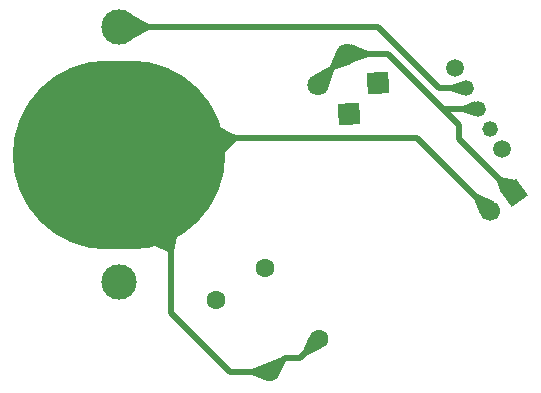
<source format=gbr>
%TF.GenerationSoftware,KiCad,Pcbnew,7.0.8*%
%TF.CreationDate,2024-01-24T13:43:59-07:00*%
%TF.ProjectId,Flex-E Rex 1_4,466c6578-2d45-4205-9265-7820315f342e,rev?*%
%TF.SameCoordinates,Original*%
%TF.FileFunction,Copper,L1,Top*%
%TF.FilePolarity,Positive*%
%FSLAX46Y46*%
G04 Gerber Fmt 4.6, Leading zero omitted, Abs format (unit mm)*
G04 Created by KiCad (PCBNEW 7.0.8) date 2024-01-24 13:43:59*
%MOMM*%
%LPD*%
G01*
G04 APERTURE LIST*
G04 Aperture macros list*
%AMHorizOval*
0 Thick line with rounded ends*
0 $1 width*
0 $2 $3 position (X,Y) of the first rounded end (center of the circle)*
0 $4 $5 position (X,Y) of the second rounded end (center of the circle)*
0 Add line between two ends*
20,1,$1,$2,$3,$4,$5,0*
0 Add two circle primitives to create the rounded ends*
1,1,$1,$2,$3*
1,1,$1,$4,$5*%
%AMRotRect*
0 Rectangle, with rotation*
0 The origin of the aperture is its center*
0 $1 length*
0 $2 width*
0 $3 Rotation angle, in degrees counterclockwise*
0 Add horizontal line*
21,1,$1,$2,0,0,$3*%
G04 Aperture macros list end*
%TA.AperFunction,ComponentPad*%
%ADD10RotRect,1.700000X1.700000X306.000000*%
%TD*%
%TA.AperFunction,ComponentPad*%
%ADD11HorizOval,1.700000X0.000000X0.000000X0.000000X0.000000X0*%
%TD*%
%TA.AperFunction,ComponentPad*%
%ADD12RotRect,1.800000X1.800000X92.000000*%
%TD*%
%TA.AperFunction,ComponentPad*%
%ADD13C,1.800000*%
%TD*%
%TA.AperFunction,SMDPad,CuDef*%
%ADD14O,18.000000X16.000000*%
%TD*%
%TA.AperFunction,ComponentPad*%
%ADD15C,3.000000*%
%TD*%
%TA.AperFunction,ComponentPad*%
%ADD16C,1.320800*%
%TD*%
%TA.AperFunction,ComponentPad*%
%ADD17C,1.498600*%
%TD*%
%TA.AperFunction,ComponentPad*%
%ADD18C,1.600000*%
%TD*%
%TA.AperFunction,ComponentPad*%
%ADD19HorizOval,1.600000X0.000000X0.000000X0.000000X0.000000X0*%
%TD*%
%TA.AperFunction,ComponentPad*%
%ADD20RotRect,1.800000X1.800000X182.000000*%
%TD*%
%TA.AperFunction,Conductor*%
%ADD21C,0.500000*%
%TD*%
G04 APERTURE END LIST*
D10*
%TO.P,J1,1,Pin_1*%
%TO.N,+3V0*%
X95231497Y-48650574D03*
D11*
%TO.P,J1,2,Pin_2*%
%TO.N,GND*%
X93176594Y-50143549D03*
%TD*%
D12*
%TO.P,D1,1,K*%
%TO.N,Net-(D1-K)*%
X81288122Y-41923462D03*
D13*
%TO.P,D1,3*%
%TO.N,+3V0*%
X81110833Y-36846557D03*
%TD*%
D14*
%TO.P,BT1,-*%
%TO.N,GND*%
X61800000Y-45400000D03*
D15*
%TO.P,BT1,S+1*%
%TO.N,Net-(BT1-PadS+1)*%
X61800000Y-34600000D03*
%TO.P,BT1,S+2*%
X61800000Y-56200000D03*
%TD*%
D16*
%TO.P,SW1,1,1*%
%TO.N,unconnected-(SW1-Pad1)*%
X93201161Y-43224202D03*
%TO.P,SW1,2,2*%
%TO.N,+3V0*%
X92201161Y-41492150D03*
%TO.P,SW1,3,3*%
%TO.N,Net-(BT1-PadS+1)*%
X91201161Y-39760099D03*
D17*
%TO.P,SW1,4*%
%TO.N,N/C*%
X94201161Y-44956252D03*
%TO.P,SW1,5*%
X90201161Y-38028049D03*
%TD*%
D18*
%TO.P,R2,1*%
%TO.N,Net-(D1-K)*%
X70014170Y-57714397D03*
D19*
%TO.P,R2,2*%
%TO.N,GND*%
X74600000Y-63800000D03*
%TD*%
D18*
%TO.P,R1,1*%
%TO.N,Net-(D2-K)*%
X74107085Y-54957199D03*
D19*
%TO.P,R1,2*%
%TO.N,GND*%
X78692915Y-61042802D03*
%TD*%
D20*
%TO.P,D2,1,K*%
%TO.N,Net-(D2-K)*%
X83723462Y-39311879D03*
D13*
%TO.P,D2,3*%
%TO.N,+3V0*%
X78646557Y-39489168D03*
%TD*%
D21*
%TO.N,GND*%
X63200000Y-44000000D02*
X61800000Y-45400000D01*
X75800000Y-62600000D02*
X74600000Y-63800000D01*
X78692915Y-61042802D02*
X77135717Y-62600000D01*
X77135717Y-62600000D02*
X75800000Y-62600000D01*
X93176594Y-50143549D02*
X87033045Y-44000000D01*
X71200000Y-63800000D02*
X66200000Y-58800000D01*
X74600000Y-63800000D02*
X71200000Y-63800000D01*
X87033045Y-44000000D02*
X63200000Y-44000000D01*
X66200000Y-49800000D02*
X61800000Y-45400000D01*
X66200000Y-58800000D02*
X66200000Y-49800000D01*
%TO.N,Net-(BT1-PadS+1)*%
X83679802Y-34600000D02*
X61800000Y-34600000D01*
X88839901Y-39760099D02*
X83679802Y-34600000D01*
X88839901Y-39760099D02*
X91201161Y-39760099D01*
X61800000Y-34600000D02*
X62200000Y-34200000D01*
%TO.N,+3V0*%
X78646557Y-39489168D02*
X78646557Y-39253443D01*
X95150574Y-48650574D02*
X90600000Y-44100000D01*
X84578840Y-36846557D02*
X89224433Y-41492150D01*
X78646557Y-39253443D02*
X81053443Y-36846557D01*
X81053443Y-36846557D02*
X81110833Y-36846557D01*
X90600000Y-41500000D02*
X90607850Y-41492150D01*
X90600000Y-42867717D02*
X89224433Y-41492150D01*
X90607850Y-41492150D02*
X92201161Y-41492150D01*
X95231497Y-48650574D02*
X95150574Y-48650574D01*
X90600000Y-44100000D02*
X90600000Y-42867717D01*
X81110833Y-36846557D02*
X84578840Y-36846557D01*
X89224433Y-41492150D02*
X90607850Y-41492150D01*
%TD*%
%TA.AperFunction,Conductor*%
%TO.N,GND*%
G36*
X70482426Y-43159888D02*
G01*
X71097117Y-43467483D01*
X71655226Y-43746765D01*
X71661091Y-43753532D01*
X71661690Y-43757228D01*
X71661690Y-44245169D01*
X71658284Y-44253422D01*
X70784337Y-45131725D01*
X70776388Y-45135167D01*
X61903309Y-45396922D01*
X61894938Y-45393741D01*
X61891269Y-45385572D01*
X61894450Y-45377201D01*
X61900034Y-45373900D01*
X70474264Y-43159023D01*
X70482426Y-43159888D01*
G37*
%TD.AperFunction*%
%TD*%
%TA.AperFunction,Conductor*%
%TO.N,+3V0*%
G36*
X91947023Y-40886113D02*
G01*
X91952630Y-40892104D01*
X92200292Y-41487658D01*
X92200305Y-41496612D01*
X92200292Y-41496643D01*
X91952630Y-42092196D01*
X91946289Y-42098519D01*
X91938089Y-42098790D01*
X90888323Y-41744834D01*
X90881578Y-41738943D01*
X90880361Y-41733747D01*
X90880361Y-41250552D01*
X90883788Y-41242279D01*
X90888321Y-41239465D01*
X91938089Y-40885509D01*
X91947023Y-40886113D01*
G37*
%TD.AperFunction*%
%TD*%
%TA.AperFunction,Conductor*%
%TO.N,+3V0*%
G36*
X94158078Y-47299649D02*
G01*
X95289900Y-47548230D01*
X95297244Y-47553351D01*
X95299067Y-47560373D01*
X95232992Y-48638420D01*
X95229066Y-48646468D01*
X95220598Y-48649382D01*
X95219478Y-48649259D01*
X94051448Y-48463676D01*
X94043815Y-48458993D01*
X94042089Y-48455521D01*
X93800312Y-47658538D01*
X93801189Y-47649629D01*
X93803232Y-47646874D01*
X94147302Y-47302804D01*
X94155574Y-47299378D01*
X94158078Y-47299649D01*
G37*
%TD.AperFunction*%
%TD*%
%TA.AperFunction,Conductor*%
%TO.N,GND*%
G36*
X61850900Y-45475055D02*
G01*
X61855776Y-45479071D01*
X66661392Y-52377815D01*
X66663325Y-52386473D01*
X66451662Y-53625456D01*
X66446891Y-53633034D01*
X66440129Y-53635186D01*
X65952444Y-53635186D01*
X65947761Y-53634208D01*
X64801764Y-53133705D01*
X64795554Y-53127253D01*
X64795538Y-53127212D01*
X64508420Y-52386473D01*
X61835267Y-45489985D01*
X61835472Y-45481035D01*
X61841947Y-45474850D01*
X61850900Y-45475055D01*
G37*
%TD.AperFunction*%
%TD*%
%TA.AperFunction,Conductor*%
%TO.N,GND*%
G36*
X74292208Y-63065180D02*
G01*
X74298199Y-63071354D01*
X74599134Y-63795510D01*
X74599144Y-63804463D01*
X74599135Y-63804485D01*
X74599134Y-63804490D01*
X74298199Y-64528645D01*
X74291860Y-64534970D01*
X74283258Y-64535099D01*
X73007563Y-64052858D01*
X73001036Y-64046727D01*
X73000000Y-64041914D01*
X73000000Y-63558085D01*
X73003427Y-63549812D01*
X73007563Y-63547141D01*
X74283260Y-63064900D01*
X74292208Y-63065180D01*
G37*
%TD.AperFunction*%
%TD*%
%TA.AperFunction,Conductor*%
%TO.N,GND*%
G36*
X75560310Y-62497570D02*
G01*
X75902429Y-62839689D01*
X75905856Y-62847962D01*
X75904820Y-62852775D01*
X75343763Y-64095822D01*
X75337236Y-64101953D01*
X75328634Y-64101824D01*
X74603787Y-63802562D01*
X74597448Y-63796237D01*
X74597437Y-63796212D01*
X74298175Y-63071365D01*
X74298186Y-63062410D01*
X74304177Y-63056236D01*
X74765618Y-62847962D01*
X75547224Y-62495178D01*
X75556174Y-62494899D01*
X75560310Y-62497570D01*
G37*
%TD.AperFunction*%
%TD*%
%TA.AperFunction,Conductor*%
%TO.N,+3V0*%
G36*
X80289769Y-36506448D02*
G01*
X81107047Y-36843994D01*
X81113386Y-36850320D01*
X81113395Y-36850342D01*
X81450727Y-37667102D01*
X81450718Y-37676056D01*
X81444379Y-37682382D01*
X81444247Y-37682436D01*
X79998988Y-38258867D01*
X79990034Y-38258748D01*
X79986381Y-38256272D01*
X79644018Y-37913909D01*
X79640591Y-37905636D01*
X79641644Y-37900786D01*
X80274660Y-36512407D01*
X80281210Y-36506303D01*
X80289769Y-36506448D01*
G37*
%TD.AperFunction*%
%TD*%
%TA.AperFunction,Conductor*%
%TO.N,+3V0*%
G36*
X79607469Y-37951386D02*
G01*
X79949821Y-38293738D01*
X79953248Y-38302011D01*
X79952721Y-38305482D01*
X79481848Y-39821350D01*
X79476122Y-39828234D01*
X79467204Y-39829052D01*
X79466209Y-39828693D01*
X78650342Y-39491730D01*
X78644003Y-39485404D01*
X78643994Y-39485382D01*
X78306141Y-38667358D01*
X78306150Y-38658406D01*
X78311326Y-38652638D01*
X79593572Y-37949400D01*
X79602472Y-37948427D01*
X79607469Y-37951386D01*
G37*
%TD.AperFunction*%
%TD*%
%TA.AperFunction,Conductor*%
%TO.N,+3V0*%
G36*
X82903474Y-36593617D02*
G01*
X82909885Y-36599867D01*
X82910833Y-36604481D01*
X82910833Y-37088632D01*
X82907406Y-37096905D01*
X82903473Y-37099497D01*
X81465965Y-37673767D01*
X81457011Y-37673654D01*
X81450820Y-37667390D01*
X81214908Y-37099497D01*
X81111696Y-36851044D01*
X81111688Y-36842091D01*
X81111697Y-36842069D01*
X81213687Y-36596557D01*
X81450820Y-36025722D01*
X81457159Y-36019397D01*
X81465964Y-36019346D01*
X82903474Y-36593617D01*
G37*
%TD.AperFunction*%
%TD*%
%TA.AperFunction,Conductor*%
%TO.N,Net-(BT1-PadS+1)*%
G36*
X62902493Y-33603892D02*
G01*
X64293810Y-34346695D01*
X64299495Y-34353614D01*
X64300000Y-34357016D01*
X64300000Y-34842983D01*
X64296573Y-34851256D01*
X64293810Y-34853304D01*
X62902493Y-35596107D01*
X62893581Y-35596981D01*
X62889098Y-35594430D01*
X62245982Y-35007754D01*
X61808474Y-34608643D01*
X61804672Y-34600536D01*
X61807716Y-34592115D01*
X61808468Y-34591362D01*
X62889098Y-33605568D01*
X62897519Y-33602525D01*
X62902493Y-33603892D01*
G37*
%TD.AperFunction*%
%TD*%
%TA.AperFunction,Conductor*%
%TO.N,Net-(BT1-PadS+1)*%
G36*
X90947023Y-39154062D02*
G01*
X90952630Y-39160053D01*
X91200292Y-39755607D01*
X91200305Y-39764561D01*
X91200292Y-39764592D01*
X90952630Y-40360145D01*
X90946289Y-40366468D01*
X90938089Y-40366739D01*
X89888323Y-40012783D01*
X89881578Y-40006892D01*
X89880361Y-40001696D01*
X89880361Y-39518501D01*
X89883788Y-39510228D01*
X89888321Y-39507414D01*
X90938089Y-39153458D01*
X90947023Y-39154062D01*
G37*
%TD.AperFunction*%
%TD*%
%TA.AperFunction,Conductor*%
%TO.N,GND*%
G36*
X77964279Y-60740976D02*
G01*
X78689127Y-61040239D01*
X78695466Y-61046564D01*
X78695477Y-61046589D01*
X78994739Y-61771436D01*
X78994728Y-61780391D01*
X78988737Y-61786565D01*
X77745690Y-62347622D01*
X77736740Y-62347902D01*
X77732604Y-62345231D01*
X77390485Y-62003112D01*
X77387058Y-61994839D01*
X77388094Y-61990026D01*
X77813920Y-61046589D01*
X77949151Y-60746978D01*
X77955678Y-60740848D01*
X77964279Y-60740976D01*
G37*
%TD.AperFunction*%
%TD*%
%TA.AperFunction,Conductor*%
%TO.N,GND*%
G36*
X92158610Y-48767908D02*
G01*
X92164159Y-48770347D01*
X93491401Y-49353648D01*
X93497597Y-49360114D01*
X93497508Y-49368825D01*
X93179156Y-50139763D01*
X93172831Y-50146102D01*
X93172808Y-50146111D01*
X92401870Y-50464463D01*
X92392915Y-50464454D01*
X92386693Y-50458356D01*
X91800954Y-49125567D01*
X91800762Y-49116615D01*
X91803390Y-49112589D01*
X92145633Y-48770346D01*
X92153905Y-48766920D01*
X92158610Y-48767908D01*
G37*
%TD.AperFunction*%
%TD*%
M02*

</source>
